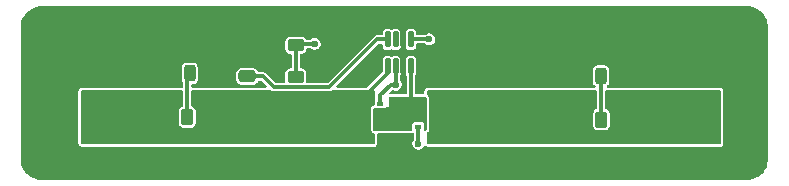
<source format=gbr>
%TF.GenerationSoftware,KiCad,Pcbnew,9.0.0*%
%TF.CreationDate,2025-05-05T10:21:01+02:00*%
%TF.ProjectId,LM4502,4c4d3435-3032-42e6-9b69-6361645f7063,rev?*%
%TF.SameCoordinates,Original*%
%TF.FileFunction,Copper,L1,Top*%
%TF.FilePolarity,Positive*%
%FSLAX46Y46*%
G04 Gerber Fmt 4.6, Leading zero omitted, Abs format (unit mm)*
G04 Created by KiCad (PCBNEW 9.0.0) date 2025-05-05 10:21:01*
%MOMM*%
%LPD*%
G01*
G04 APERTURE LIST*
G04 Aperture macros list*
%AMRoundRect*
0 Rectangle with rounded corners*
0 $1 Rounding radius*
0 $2 $3 $4 $5 $6 $7 $8 $9 X,Y pos of 4 corners*
0 Add a 4 corners polygon primitive as box body*
4,1,4,$2,$3,$4,$5,$6,$7,$8,$9,$2,$3,0*
0 Add four circle primitives for the rounded corners*
1,1,$1+$1,$2,$3*
1,1,$1+$1,$4,$5*
1,1,$1+$1,$6,$7*
1,1,$1+$1,$8,$9*
0 Add four rect primitives between the rounded corners*
20,1,$1+$1,$2,$3,$4,$5,0*
20,1,$1+$1,$4,$5,$6,$7,0*
20,1,$1+$1,$6,$7,$8,$9,0*
20,1,$1+$1,$8,$9,$2,$3,0*%
G04 Aperture macros list end*
%TA.AperFunction,SMDPad,CuDef*%
%ADD10RoundRect,0.125000X-0.125000X0.537500X-0.125000X-0.537500X0.125000X-0.537500X0.125000X0.537500X0*%
%TD*%
%TA.AperFunction,SMDPad,CuDef*%
%ADD11RoundRect,0.250000X0.475000X-0.250000X0.475000X0.250000X-0.475000X0.250000X-0.475000X-0.250000X0*%
%TD*%
%TA.AperFunction,SMDPad,CuDef*%
%ADD12RoundRect,0.250000X0.450000X-0.262500X0.450000X0.262500X-0.450000X0.262500X-0.450000X-0.262500X0*%
%TD*%
%TA.AperFunction,SMDPad,CuDef*%
%ADD13R,0.600000X0.400000*%
%TD*%
%TA.AperFunction,SMDPad,CuDef*%
%ADD14R,0.550000X0.400000*%
%TD*%
%TA.AperFunction,SMDPad,CuDef*%
%ADD15R,2.030000X2.650000*%
%TD*%
%TA.AperFunction,SMDPad,CuDef*%
%ADD16RoundRect,0.250000X-0.475000X0.250000X-0.475000X-0.250000X0.475000X-0.250000X0.475000X0.250000X0*%
%TD*%
%TA.AperFunction,SMDPad,CuDef*%
%ADD17RoundRect,0.243750X-0.243750X-0.456250X0.243750X-0.456250X0.243750X0.456250X-0.243750X0.456250X0*%
%TD*%
%TA.AperFunction,ComponentPad*%
%ADD18RoundRect,0.250000X1.550000X-0.650000X1.550000X0.650000X-1.550000X0.650000X-1.550000X-0.650000X0*%
%TD*%
%TA.AperFunction,ComponentPad*%
%ADD19O,3.600000X1.800000*%
%TD*%
%TA.AperFunction,ComponentPad*%
%ADD20RoundRect,0.250000X-1.550000X0.650000X-1.550000X-0.650000X1.550000X-0.650000X1.550000X0.650000X0*%
%TD*%
%TA.AperFunction,SMDPad,CuDef*%
%ADD21RoundRect,0.250000X0.262500X0.450000X-0.262500X0.450000X-0.262500X-0.450000X0.262500X-0.450000X0*%
%TD*%
%TA.AperFunction,SMDPad,CuDef*%
%ADD22RoundRect,0.243750X0.243750X0.456250X-0.243750X0.456250X-0.243750X-0.456250X0.243750X-0.456250X0*%
%TD*%
%TA.AperFunction,SMDPad,CuDef*%
%ADD23RoundRect,0.250000X-0.262500X-0.450000X0.262500X-0.450000X0.262500X0.450000X-0.262500X0.450000X0*%
%TD*%
%TA.AperFunction,ViaPad*%
%ADD24C,0.600000*%
%TD*%
%TA.AperFunction,Conductor*%
%ADD25C,0.300000*%
%TD*%
G04 APERTURE END LIST*
D10*
%TO.P,U1,1,EN/UVLO*%
%TO.N,Net-(U1-EN{slash}UVLO)*%
X135450000Y-70612500D03*
%TO.P,U1,2,GND*%
%TO.N,GND*%
X134800000Y-70612500D03*
%TO.P,U1,3,N.C.*%
%TO.N,unconnected-(U1-N.C.-Pad3)*%
X134150000Y-70612500D03*
%TO.P,U1,4,VCAP*%
%TO.N,Net-(U1-VCAP)*%
X133500000Y-70612500D03*
%TO.P,U1,5,VS*%
%TO.N,/+12VIN*%
X133500000Y-72887500D03*
%TO.P,U1,6,GATE*%
%TO.N,Net-(Q1-G)*%
X134150000Y-72887500D03*
%TO.P,U1,7,OV*%
%TO.N,GND*%
X134800000Y-72887500D03*
%TO.P,U1,8,SRC*%
%TO.N,/SRC*%
X135450000Y-72887500D03*
%TD*%
D11*
%TO.P,C4,1*%
%TO.N,GND*%
X145500000Y-80650000D03*
%TO.P,C4,2*%
%TO.N,/+12VOUT*%
X145500000Y-78750000D03*
%TD*%
D12*
%TO.P,R2,1*%
%TO.N,/+12VIN*%
X125700000Y-75612500D03*
%TO.P,R2,2*%
%TO.N,Net-(U1-EN{slash}UVLO)*%
X125700000Y-73787500D03*
%TD*%
D13*
%TO.P,Q1,1*%
%TO.N,/SRC*%
X132875000Y-78000000D03*
%TO.P,Q1,2*%
X132875000Y-77350000D03*
%TO.P,Q1,3,S*%
X132875000Y-76700000D03*
%TO.P,Q1,4,G*%
%TO.N,Net-(Q1-G)*%
X132875000Y-76050000D03*
D14*
%TO.P,Q1,5,D*%
%TO.N,/+12VIN*%
X129650000Y-76050000D03*
%TO.P,Q1,6*%
X129650000Y-76700000D03*
%TO.P,Q1,7*%
X129650000Y-77350000D03*
%TO.P,Q1,8*%
X129650000Y-78000000D03*
D15*
X130940000Y-77025000D03*
%TD*%
D16*
%TO.P,C2,1*%
%TO.N,/+12VIN*%
X125700000Y-78500000D03*
%TO.P,C2,2*%
%TO.N,GND*%
X125700000Y-80400000D03*
%TD*%
D13*
%TO.P,Q2,1*%
%TO.N,/SRC*%
X136075000Y-76050000D03*
%TO.P,Q2,2*%
X136075000Y-76700000D03*
%TO.P,Q2,3,S*%
X136075000Y-77350000D03*
%TO.P,Q2,4,G*%
%TO.N,Net-(Q1-G)*%
X136075000Y-78000000D03*
D14*
%TO.P,Q2,5,D*%
%TO.N,/+12VOUT*%
X139300000Y-78000000D03*
%TO.P,Q2,6*%
X139300000Y-77350000D03*
%TO.P,Q2,7*%
X139300000Y-76700000D03*
%TO.P,Q2,8*%
X139300000Y-76050000D03*
D15*
X138010000Y-77025000D03*
%TD*%
D11*
%TO.P,C1,1*%
%TO.N,GND*%
X121600000Y-80550000D03*
%TO.P,C1,2*%
%TO.N,/+12VIN*%
X121600000Y-78650000D03*
%TD*%
D17*
%TO.P,D1,1,K*%
%TO.N,GND*%
X114862500Y-73500000D03*
%TO.P,D1,2,A*%
%TO.N,Net-(D1-A)*%
X116737500Y-73500000D03*
%TD*%
D12*
%TO.P,R3,1*%
%TO.N,Net-(U1-EN{slash}UVLO)*%
X125700000Y-71112500D03*
%TO.P,R3,2*%
%TO.N,GND*%
X125700000Y-69287500D03*
%TD*%
D18*
%TO.P,J3,1,Pin_1*%
%TO.N,/+12VOUT*%
X157567500Y-77250000D03*
D19*
%TO.P,J3,2,Pin_2*%
%TO.N,GND*%
X157567500Y-73440000D03*
%TD*%
D11*
%TO.P,C3,1*%
%TO.N,/+12VIN*%
X121600000Y-75650000D03*
%TO.P,C3,2*%
%TO.N,Net-(U1-VCAP)*%
X121600000Y-73750000D03*
%TD*%
D20*
%TO.P,J1,1,Pin_1*%
%TO.N,GND*%
X110500000Y-73400000D03*
D19*
%TO.P,J1,2,Pin_2*%
%TO.N,/+12VIN*%
X110500000Y-77210000D03*
%TD*%
D21*
%TO.P,R1,1*%
%TO.N,Net-(D1-A)*%
X116512500Y-77200000D03*
%TO.P,R1,2*%
%TO.N,/+12VIN*%
X114687500Y-77200000D03*
%TD*%
D22*
%TO.P,D2,1,K*%
%TO.N,GND*%
X153425000Y-73700000D03*
%TO.P,D2,2,A*%
%TO.N,Net-(D2-A)*%
X151550000Y-73700000D03*
%TD*%
D23*
%TO.P,R4,1*%
%TO.N,Net-(D2-A)*%
X151575000Y-77400000D03*
%TO.P,R4,2*%
%TO.N,/+12VOUT*%
X153400000Y-77400000D03*
%TD*%
D24*
%TO.N,Net-(Q1-G)*%
X136075000Y-79450000D03*
X134175000Y-74450000D03*
%TO.N,Net-(U1-EN{slash}UVLO)*%
X127300000Y-71000000D03*
X137000000Y-70600000D03*
%TD*%
D25*
%TO.N,/+12VIN*%
X133500000Y-73425000D02*
X131975000Y-74950000D01*
X133500000Y-72887500D02*
X133500000Y-73425000D01*
%TO.N,Net-(U1-VCAP)*%
X122950000Y-73750000D02*
X121600000Y-73750000D01*
X123851000Y-74651000D02*
X122950000Y-73750000D01*
X133500000Y-70612500D02*
X132587500Y-70612500D01*
X128549000Y-74651000D02*
X123851000Y-74651000D01*
X132587500Y-70612500D02*
X128549000Y-74651000D01*
%TO.N,Net-(D1-A)*%
X116512500Y-73725000D02*
X116737500Y-73500000D01*
X116512500Y-77200000D02*
X116512500Y-73725000D01*
%TO.N,Net-(D2-A)*%
X151550000Y-73700000D02*
X151550000Y-77375000D01*
X151550000Y-77375000D02*
X151575000Y-77400000D01*
%TO.N,Net-(Q1-G)*%
X136075000Y-78000000D02*
X136075000Y-79450000D01*
X134175000Y-72912500D02*
X134150000Y-72887500D01*
X134175000Y-74450000D02*
X134175000Y-72912500D01*
X134175000Y-74450000D02*
X133775000Y-74450000D01*
X133775000Y-74450000D02*
X132875000Y-75350000D01*
X132875000Y-75350000D02*
X132875000Y-76050000D01*
%TO.N,Net-(U1-EN{slash}UVLO)*%
X137000000Y-70600000D02*
X135462500Y-70600000D01*
X125812500Y-71000000D02*
X125700000Y-71112500D01*
X135462500Y-70600000D02*
X135450000Y-70612500D01*
X127300000Y-71000000D02*
X125812500Y-71000000D01*
X125700000Y-71112500D02*
X125700000Y-73787500D01*
%TO.N,/SRC*%
X135450000Y-72887500D02*
X135450000Y-75875000D01*
X135450000Y-75875000D02*
X135075000Y-76250000D01*
%TD*%
%TA.AperFunction,Conductor*%
%TO.N,/+12VIN*%
G36*
X116105039Y-74919685D02*
G01*
X116150794Y-74972489D01*
X116162000Y-75024000D01*
X116162000Y-76215526D01*
X116142315Y-76282565D01*
X116089511Y-76328320D01*
X116078956Y-76332567D01*
X116037118Y-76347207D01*
X115927850Y-76427850D01*
X115847207Y-76537117D01*
X115847206Y-76537119D01*
X115802353Y-76665298D01*
X115802353Y-76665300D01*
X115799500Y-76695730D01*
X115799500Y-77704269D01*
X115802353Y-77734699D01*
X115802353Y-77734701D01*
X115847206Y-77862880D01*
X115847207Y-77862882D01*
X115927850Y-77972150D01*
X116037118Y-78052793D01*
X116079845Y-78067744D01*
X116165299Y-78097646D01*
X116195730Y-78100500D01*
X116195734Y-78100500D01*
X116829270Y-78100500D01*
X116859699Y-78097646D01*
X116859701Y-78097646D01*
X116923790Y-78075219D01*
X116987882Y-78052793D01*
X117097150Y-77972150D01*
X117177793Y-77862882D01*
X117200219Y-77798790D01*
X117222646Y-77734701D01*
X117222646Y-77734699D01*
X117225500Y-77704269D01*
X117225500Y-76695730D01*
X117222646Y-76665300D01*
X117222646Y-76665298D01*
X117177793Y-76537119D01*
X117177792Y-76537117D01*
X117132612Y-76475900D01*
X117097150Y-76427850D01*
X116987882Y-76347207D01*
X116964813Y-76339134D01*
X116946044Y-76332567D01*
X116889269Y-76291845D01*
X116863522Y-76226892D01*
X116863000Y-76215526D01*
X116863000Y-75024000D01*
X116882685Y-74956961D01*
X116935489Y-74911206D01*
X116987000Y-74900000D01*
X123552957Y-74900000D01*
X123619996Y-74919685D01*
X123629012Y-74926951D01*
X123629342Y-74926522D01*
X123635785Y-74931466D01*
X123635788Y-74931469D01*
X123635791Y-74931470D01*
X123635794Y-74931473D01*
X123715706Y-74977611D01*
X123715707Y-74977611D01*
X123715712Y-74977614D01*
X123804856Y-75001500D01*
X123804858Y-75001500D01*
X128595142Y-75001500D01*
X128595144Y-75001500D01*
X128684288Y-74977614D01*
X128764212Y-74931470D01*
X128764216Y-74931465D01*
X128770657Y-74926524D01*
X128772618Y-74929080D01*
X128820686Y-74902834D01*
X128847044Y-74900000D01*
X132276000Y-74900000D01*
X132343039Y-74919685D01*
X132388794Y-74972489D01*
X132400000Y-75024000D01*
X132400000Y-75713625D01*
X132390562Y-75761076D01*
X132386131Y-75771771D01*
X132374500Y-75830247D01*
X132374500Y-76068722D01*
X132354815Y-76135761D01*
X132302011Y-76181516D01*
X132299235Y-76182743D01*
X132222623Y-76215488D01*
X132222618Y-76215491D01*
X132173115Y-76251457D01*
X132145371Y-76275697D01*
X132098464Y-76354205D01*
X132079557Y-76412394D01*
X132079557Y-76412397D01*
X132069500Y-76475895D01*
X132069500Y-78251005D01*
X132072029Y-78283138D01*
X132076881Y-78313777D01*
X132077646Y-78318282D01*
X132077647Y-78318285D01*
X132077648Y-78318287D01*
X132113592Y-78402383D01*
X132149062Y-78451203D01*
X132149557Y-78451884D01*
X132173797Y-78479628D01*
X132252306Y-78526536D01*
X132314317Y-78546684D01*
X132371993Y-78586121D01*
X132399192Y-78650479D01*
X132400000Y-78664615D01*
X132400000Y-79376000D01*
X132380315Y-79443039D01*
X132327511Y-79488794D01*
X132276000Y-79500000D01*
X107624000Y-79500000D01*
X107556961Y-79480315D01*
X107511206Y-79427511D01*
X107500000Y-79376000D01*
X107500000Y-75024000D01*
X107519685Y-74956961D01*
X107572489Y-74911206D01*
X107624000Y-74900000D01*
X116038000Y-74900000D01*
X116105039Y-74919685D01*
G37*
%TD.AperFunction*%
%TD*%
%TA.AperFunction,Conductor*%
%TO.N,GND*%
G36*
X163903234Y-67800712D02*
G01*
X164128412Y-67815470D01*
X164141237Y-67817159D01*
X164359386Y-67860551D01*
X164371886Y-67863900D01*
X164582500Y-67935395D01*
X164594463Y-67940351D01*
X164793926Y-68038715D01*
X164805142Y-68045190D01*
X164990072Y-68168757D01*
X165000345Y-68176640D01*
X165167560Y-68323282D01*
X165176717Y-68332439D01*
X165323359Y-68499654D01*
X165331242Y-68509927D01*
X165454809Y-68694857D01*
X165461284Y-68706073D01*
X165559648Y-68905536D01*
X165564604Y-68917499D01*
X165636097Y-69128108D01*
X165639449Y-69140617D01*
X165682839Y-69358755D01*
X165684529Y-69371594D01*
X165699288Y-69596765D01*
X165699500Y-69603240D01*
X165699500Y-80696759D01*
X165699288Y-80703234D01*
X165684529Y-80928405D01*
X165682839Y-80941244D01*
X165639449Y-81159382D01*
X165636097Y-81171891D01*
X165564604Y-81382500D01*
X165559648Y-81394463D01*
X165461284Y-81593926D01*
X165454809Y-81605142D01*
X165331242Y-81790072D01*
X165323359Y-81800345D01*
X165176717Y-81967560D01*
X165167560Y-81976717D01*
X165000345Y-82123359D01*
X164990072Y-82131242D01*
X164805142Y-82254809D01*
X164793926Y-82261284D01*
X164594463Y-82359648D01*
X164582500Y-82364604D01*
X164371891Y-82436097D01*
X164359382Y-82439449D01*
X164141244Y-82482839D01*
X164128405Y-82484529D01*
X163903234Y-82499288D01*
X163896759Y-82499500D01*
X104203241Y-82499500D01*
X104196766Y-82499288D01*
X103971594Y-82484529D01*
X103958755Y-82482839D01*
X103740617Y-82439449D01*
X103728108Y-82436097D01*
X103517499Y-82364604D01*
X103505536Y-82359648D01*
X103306073Y-82261284D01*
X103294857Y-82254809D01*
X103109927Y-82131242D01*
X103099654Y-82123359D01*
X102932439Y-81976717D01*
X102923282Y-81967560D01*
X102776640Y-81800345D01*
X102768757Y-81790072D01*
X102645190Y-81605142D01*
X102638715Y-81593926D01*
X102540351Y-81394463D01*
X102535395Y-81382500D01*
X102463902Y-81171891D01*
X102460550Y-81159382D01*
X102417160Y-80941244D01*
X102415470Y-80928405D01*
X102400712Y-80703234D01*
X102400500Y-80696759D01*
X102400500Y-75024000D01*
X107294500Y-75024000D01*
X107294500Y-79376000D01*
X107295372Y-79384108D01*
X107299197Y-79419685D01*
X107310404Y-79471199D01*
X107312889Y-79481371D01*
X107312889Y-79481372D01*
X107312890Y-79481373D01*
X107355900Y-79562085D01*
X107401655Y-79614889D01*
X107401667Y-79614901D01*
X107419247Y-79632844D01*
X107419249Y-79632846D01*
X107499058Y-79677488D01*
X107499062Y-79677490D01*
X107540294Y-79689597D01*
X107566102Y-79697175D01*
X107624000Y-79705500D01*
X107624001Y-79705500D01*
X132275995Y-79705500D01*
X132276000Y-79705500D01*
X132319684Y-79700803D01*
X132371195Y-79689597D01*
X132381373Y-79687110D01*
X132462085Y-79644100D01*
X132514889Y-79598345D01*
X132532843Y-79580754D01*
X132532844Y-79580751D01*
X132532846Y-79580750D01*
X132577488Y-79500941D01*
X132577490Y-79500937D01*
X132597173Y-79433904D01*
X132597175Y-79433898D01*
X132605500Y-79376000D01*
X132605500Y-78664615D01*
X132605292Y-78657332D01*
X132622527Y-78598624D01*
X132670977Y-78561259D01*
X132704251Y-78555500D01*
X135479770Y-78555500D01*
X135479777Y-78555500D01*
X135531666Y-78548841D01*
X135580042Y-78536217D01*
X135591893Y-78532347D01*
X135594771Y-78531408D01*
X135655956Y-78531319D01*
X135705508Y-78567211D01*
X135724500Y-78625375D01*
X135724500Y-79051678D01*
X135705593Y-79109869D01*
X135695505Y-79121680D01*
X135674501Y-79142684D01*
X135674496Y-79142690D01*
X135608609Y-79256809D01*
X135608608Y-79256814D01*
X135574500Y-79384108D01*
X135574500Y-79515892D01*
X135591879Y-79580752D01*
X135608609Y-79643190D01*
X135674496Y-79757309D01*
X135674498Y-79757311D01*
X135674500Y-79757314D01*
X135767686Y-79850500D01*
X135767688Y-79850501D01*
X135767690Y-79850503D01*
X135881810Y-79916390D01*
X135881808Y-79916390D01*
X135881812Y-79916391D01*
X135881814Y-79916392D01*
X136009108Y-79950500D01*
X136009110Y-79950500D01*
X136140890Y-79950500D01*
X136140892Y-79950500D01*
X136268186Y-79916392D01*
X136268188Y-79916390D01*
X136268190Y-79916390D01*
X136382309Y-79850503D01*
X136382309Y-79850502D01*
X136382314Y-79850500D01*
X136475500Y-79757314D01*
X136508127Y-79700803D01*
X136544637Y-79637567D01*
X136546730Y-79638775D01*
X136579623Y-79600234D01*
X136639113Y-79585928D01*
X136695650Y-79609321D01*
X136702098Y-79615341D01*
X136719247Y-79632844D01*
X136719249Y-79632846D01*
X136799058Y-79677488D01*
X136799062Y-79677490D01*
X136840294Y-79689597D01*
X136866102Y-79697175D01*
X136924000Y-79705500D01*
X136924001Y-79705500D01*
X161575995Y-79705500D01*
X161576000Y-79705500D01*
X161619684Y-79700803D01*
X161671195Y-79689597D01*
X161681373Y-79687110D01*
X161762085Y-79644100D01*
X161814889Y-79598345D01*
X161832843Y-79580754D01*
X161832844Y-79580751D01*
X161832846Y-79580750D01*
X161877488Y-79500941D01*
X161877490Y-79500937D01*
X161897173Y-79433904D01*
X161897175Y-79433898D01*
X161905500Y-79376000D01*
X161905500Y-75024000D01*
X161900803Y-74980316D01*
X161889597Y-74928805D01*
X161887110Y-74918627D01*
X161844100Y-74837915D01*
X161798345Y-74785111D01*
X161780754Y-74767157D01*
X161780753Y-74767156D01*
X161780752Y-74767155D01*
X161780750Y-74767153D01*
X161700941Y-74722511D01*
X161700937Y-74722509D01*
X161633904Y-74702826D01*
X161633895Y-74702824D01*
X161586780Y-74696050D01*
X161576000Y-74694500D01*
X152113427Y-74694500D01*
X152055236Y-74675593D01*
X152019272Y-74626093D01*
X152019272Y-74564907D01*
X152054638Y-74515846D01*
X152094326Y-74486553D01*
X152111430Y-74473930D01*
X152190955Y-74366179D01*
X152235186Y-74239774D01*
X152237999Y-74209772D01*
X152238000Y-74209770D01*
X152238000Y-73190230D01*
X152237999Y-73190226D01*
X152236839Y-73177855D01*
X152235186Y-73160226D01*
X152190955Y-73033821D01*
X152111430Y-72926070D01*
X152003679Y-72846545D01*
X152003676Y-72846544D01*
X152003675Y-72846543D01*
X151877277Y-72802315D01*
X151877276Y-72802314D01*
X151877274Y-72802314D01*
X151877271Y-72802313D01*
X151877268Y-72802313D01*
X151847273Y-72799500D01*
X151847264Y-72799500D01*
X151252736Y-72799500D01*
X151252726Y-72799500D01*
X151222731Y-72802313D01*
X151222722Y-72802315D01*
X151096324Y-72846543D01*
X151096321Y-72846544D01*
X151096321Y-72846545D01*
X150988570Y-72926070D01*
X150929510Y-73006093D01*
X150909043Y-73033824D01*
X150864815Y-73160222D01*
X150864813Y-73160231D01*
X150862000Y-73190226D01*
X150862000Y-74209773D01*
X150864813Y-74239768D01*
X150864815Y-74239777D01*
X150909043Y-74366175D01*
X150909044Y-74366176D01*
X150909045Y-74366179D01*
X150988570Y-74473930D01*
X150988573Y-74473932D01*
X150988575Y-74473934D01*
X151045362Y-74515846D01*
X151080954Y-74565614D01*
X151080496Y-74626797D01*
X151044162Y-74676026D01*
X150986573Y-74694500D01*
X136924000Y-74694500D01*
X136892797Y-74697855D01*
X136880314Y-74699197D01*
X136828800Y-74710404D01*
X136818628Y-74712889D01*
X136737914Y-74755900D01*
X136685113Y-74801653D01*
X136685098Y-74801667D01*
X136667155Y-74819247D01*
X136667153Y-74819249D01*
X136622511Y-74899058D01*
X136622509Y-74899062D01*
X136602826Y-74966095D01*
X136602824Y-74966104D01*
X136594500Y-75024000D01*
X136594500Y-75145500D01*
X136575593Y-75203691D01*
X136526093Y-75239655D01*
X136495500Y-75244500D01*
X135899500Y-75244500D01*
X135841309Y-75225593D01*
X135805345Y-75176093D01*
X135800500Y-75145500D01*
X135800500Y-73700833D01*
X135819407Y-73642642D01*
X135829490Y-73630835D01*
X135845747Y-73614579D01*
X135894259Y-73510545D01*
X135900500Y-73463139D01*
X135900499Y-72311862D01*
X135894259Y-72264455D01*
X135894259Y-72264453D01*
X135845748Y-72160423D01*
X135845747Y-72160422D01*
X135845747Y-72160421D01*
X135764579Y-72079253D01*
X135660545Y-72030741D01*
X135613139Y-72024500D01*
X135613137Y-72024500D01*
X135286866Y-72024500D01*
X135286854Y-72024501D01*
X135239455Y-72030740D01*
X135239453Y-72030740D01*
X135135423Y-72079251D01*
X135054253Y-72160421D01*
X135005741Y-72264455D01*
X134999500Y-72311862D01*
X134999500Y-73463134D01*
X134999501Y-73463145D01*
X135005740Y-73510544D01*
X135005740Y-73510546D01*
X135054251Y-73614576D01*
X135054252Y-73614577D01*
X135054253Y-73614579D01*
X135070505Y-73630831D01*
X135098281Y-73685346D01*
X135099500Y-73700833D01*
X135099500Y-75145500D01*
X135080593Y-75203691D01*
X135031093Y-75239655D01*
X135000500Y-75244500D01*
X133715189Y-75244500D01*
X133656998Y-75225593D01*
X133621034Y-75176093D01*
X133621034Y-75114907D01*
X133645185Y-75075497D01*
X133815552Y-74905129D01*
X133870069Y-74877351D01*
X133930501Y-74886922D01*
X133935039Y-74889386D01*
X133981814Y-74916392D01*
X134109108Y-74950500D01*
X134109110Y-74950500D01*
X134240890Y-74950500D01*
X134240892Y-74950500D01*
X134368186Y-74916392D01*
X134368188Y-74916390D01*
X134368190Y-74916390D01*
X134482309Y-74850503D01*
X134482309Y-74850502D01*
X134482314Y-74850500D01*
X134575500Y-74757314D01*
X134595595Y-74722509D01*
X134641390Y-74643190D01*
X134641390Y-74643188D01*
X134641392Y-74643186D01*
X134675500Y-74515892D01*
X134675500Y-74384108D01*
X134641392Y-74256814D01*
X134641390Y-74256811D01*
X134641390Y-74256809D01*
X134575503Y-74142690D01*
X134575498Y-74142684D01*
X134554495Y-74121680D01*
X134526719Y-74067163D01*
X134525500Y-74051678D01*
X134525500Y-73674709D01*
X134543404Y-73617924D01*
X134545742Y-73614583D01*
X134545747Y-73614579D01*
X134594259Y-73510545D01*
X134600500Y-73463139D01*
X134600499Y-72311862D01*
X134594259Y-72264455D01*
X134594259Y-72264453D01*
X134545748Y-72160423D01*
X134545747Y-72160422D01*
X134545747Y-72160421D01*
X134464579Y-72079253D01*
X134360545Y-72030741D01*
X134313139Y-72024500D01*
X134313137Y-72024500D01*
X133986866Y-72024500D01*
X133986854Y-72024501D01*
X133939455Y-72030740D01*
X133866837Y-72064602D01*
X133806108Y-72072058D01*
X133783160Y-72064602D01*
X133778135Y-72062259D01*
X133710545Y-72030741D01*
X133663139Y-72024500D01*
X133663137Y-72024500D01*
X133336866Y-72024500D01*
X133336854Y-72024501D01*
X133289455Y-72030740D01*
X133289453Y-72030740D01*
X133185423Y-72079251D01*
X133104253Y-72160421D01*
X133055741Y-72264455D01*
X133049500Y-72311862D01*
X133049500Y-73338809D01*
X133030593Y-73397000D01*
X133020504Y-73408813D01*
X131763814Y-74665504D01*
X131709297Y-74693281D01*
X131693810Y-74694500D01*
X129240190Y-74694500D01*
X129181999Y-74675593D01*
X129146035Y-74626093D01*
X129146035Y-74564907D01*
X129170186Y-74525496D01*
X132703686Y-70991996D01*
X132710803Y-70988369D01*
X132715499Y-70981907D01*
X132737547Y-70974743D01*
X132758203Y-70964219D01*
X132773690Y-70963000D01*
X132950501Y-70963000D01*
X133008692Y-70981907D01*
X133044656Y-71031407D01*
X133049501Y-71062000D01*
X133049501Y-71188145D01*
X133055740Y-71235544D01*
X133055740Y-71235546D01*
X133104251Y-71339576D01*
X133104252Y-71339577D01*
X133104253Y-71339579D01*
X133185421Y-71420747D01*
X133289455Y-71469259D01*
X133336861Y-71475500D01*
X133663138Y-71475499D01*
X133710545Y-71469259D01*
X133783160Y-71435398D01*
X133843890Y-71427941D01*
X133866835Y-71435395D01*
X133939455Y-71469259D01*
X133986861Y-71475500D01*
X134313138Y-71475499D01*
X134360545Y-71469259D01*
X134360546Y-71469259D01*
X134433162Y-71435397D01*
X134464579Y-71420747D01*
X134545747Y-71339579D01*
X134594259Y-71235545D01*
X134600500Y-71188139D01*
X134600499Y-70036862D01*
X134999500Y-70036862D01*
X134999500Y-71188134D01*
X134999501Y-71188145D01*
X135005740Y-71235544D01*
X135005740Y-71235546D01*
X135054251Y-71339576D01*
X135054252Y-71339577D01*
X135054253Y-71339579D01*
X135135421Y-71420747D01*
X135239455Y-71469259D01*
X135286861Y-71475500D01*
X135613138Y-71475499D01*
X135660545Y-71469259D01*
X135660546Y-71469259D01*
X135733162Y-71435397D01*
X135764579Y-71420747D01*
X135845747Y-71339579D01*
X135894259Y-71235545D01*
X135900500Y-71188139D01*
X135900500Y-71049500D01*
X135919407Y-70991309D01*
X135968907Y-70955345D01*
X135999500Y-70950500D01*
X136601679Y-70950500D01*
X136659870Y-70969407D01*
X136671676Y-70979490D01*
X136692686Y-71000500D01*
X136692688Y-71000501D01*
X136692690Y-71000503D01*
X136806810Y-71066390D01*
X136806808Y-71066390D01*
X136806812Y-71066391D01*
X136806814Y-71066392D01*
X136934108Y-71100500D01*
X136934110Y-71100500D01*
X137065890Y-71100500D01*
X137065892Y-71100500D01*
X137193186Y-71066392D01*
X137193188Y-71066390D01*
X137193190Y-71066390D01*
X137307309Y-71000503D01*
X137307309Y-71000502D01*
X137307314Y-71000500D01*
X137400500Y-70907314D01*
X137466392Y-70793186D01*
X137500500Y-70665892D01*
X137500500Y-70534108D01*
X137466392Y-70406814D01*
X137466390Y-70406811D01*
X137466390Y-70406809D01*
X137400503Y-70292690D01*
X137400501Y-70292688D01*
X137400500Y-70292686D01*
X137307314Y-70199500D01*
X137307311Y-70199498D01*
X137307309Y-70199496D01*
X137193189Y-70133609D01*
X137193191Y-70133609D01*
X137143799Y-70120375D01*
X137065892Y-70099500D01*
X136934108Y-70099500D01*
X136856200Y-70120375D01*
X136806809Y-70133609D01*
X136692690Y-70199496D01*
X136692689Y-70199497D01*
X136692686Y-70199499D01*
X136692686Y-70199500D01*
X136671680Y-70220505D01*
X136617166Y-70248281D01*
X136601679Y-70249500D01*
X135999499Y-70249500D01*
X135941308Y-70230593D01*
X135905344Y-70181093D01*
X135900499Y-70150500D01*
X135900499Y-70036865D01*
X135900498Y-70036854D01*
X135894259Y-69989455D01*
X135894259Y-69989453D01*
X135845748Y-69885423D01*
X135845747Y-69885422D01*
X135845747Y-69885421D01*
X135764579Y-69804253D01*
X135660545Y-69755741D01*
X135613139Y-69749500D01*
X135613137Y-69749500D01*
X135286866Y-69749500D01*
X135286854Y-69749501D01*
X135239455Y-69755740D01*
X135239453Y-69755740D01*
X135135423Y-69804251D01*
X135054253Y-69885421D01*
X135005741Y-69989455D01*
X134999500Y-70036862D01*
X134600499Y-70036862D01*
X134594259Y-69989455D01*
X134594259Y-69989453D01*
X134545748Y-69885423D01*
X134545747Y-69885422D01*
X134545747Y-69885421D01*
X134464579Y-69804253D01*
X134360545Y-69755741D01*
X134313139Y-69749500D01*
X134313137Y-69749500D01*
X133986866Y-69749500D01*
X133986854Y-69749501D01*
X133939455Y-69755740D01*
X133866837Y-69789602D01*
X133806108Y-69797058D01*
X133783160Y-69789602D01*
X133778135Y-69787259D01*
X133710545Y-69755741D01*
X133663139Y-69749500D01*
X133663137Y-69749500D01*
X133336866Y-69749500D01*
X133336854Y-69749501D01*
X133289455Y-69755740D01*
X133289453Y-69755740D01*
X133185423Y-69804251D01*
X133104253Y-69885421D01*
X133055741Y-69989455D01*
X133049500Y-70036862D01*
X133049500Y-70163000D01*
X133030593Y-70221191D01*
X132981093Y-70257155D01*
X132950500Y-70262000D01*
X132541356Y-70262000D01*
X132486797Y-70276618D01*
X132452207Y-70285887D01*
X132372291Y-70332027D01*
X128432814Y-74271504D01*
X128378297Y-74299281D01*
X128362810Y-74300500D01*
X126679157Y-74300500D01*
X126620966Y-74281593D01*
X126585002Y-74232093D01*
X126585002Y-74170907D01*
X126585713Y-74168802D01*
X126586952Y-74165259D01*
X126597646Y-74134699D01*
X126600499Y-74104273D01*
X126600500Y-74104273D01*
X126600500Y-73470727D01*
X126600499Y-73470725D01*
X126599788Y-73463139D01*
X126597646Y-73440301D01*
X126552793Y-73312118D01*
X126534342Y-73287118D01*
X126472154Y-73202855D01*
X126472152Y-73202853D01*
X126472150Y-73202850D01*
X126472146Y-73202847D01*
X126472144Y-73202845D01*
X126362883Y-73122207D01*
X126234703Y-73077355D01*
X126234694Y-73077353D01*
X126204274Y-73074500D01*
X126204266Y-73074500D01*
X126149500Y-73074500D01*
X126091309Y-73055593D01*
X126055345Y-73006093D01*
X126050500Y-72975500D01*
X126050500Y-71924500D01*
X126069407Y-71866309D01*
X126118907Y-71830345D01*
X126149500Y-71825500D01*
X126204273Y-71825500D01*
X126204273Y-71825499D01*
X126234699Y-71822646D01*
X126362882Y-71777793D01*
X126472150Y-71697150D01*
X126552793Y-71587882D01*
X126597646Y-71459699D01*
X126598488Y-71450712D01*
X126599470Y-71440255D01*
X126623728Y-71384085D01*
X126676370Y-71352900D01*
X126698037Y-71350500D01*
X126901679Y-71350500D01*
X126959870Y-71369407D01*
X126971676Y-71379490D01*
X126992686Y-71400500D01*
X126992688Y-71400501D01*
X126992690Y-71400503D01*
X127106810Y-71466390D01*
X127106808Y-71466390D01*
X127106812Y-71466391D01*
X127106814Y-71466392D01*
X127234108Y-71500500D01*
X127234110Y-71500500D01*
X127365890Y-71500500D01*
X127365892Y-71500500D01*
X127493186Y-71466392D01*
X127493188Y-71466390D01*
X127493190Y-71466390D01*
X127607309Y-71400503D01*
X127607309Y-71400502D01*
X127607314Y-71400500D01*
X127700500Y-71307314D01*
X127700503Y-71307309D01*
X127766390Y-71193190D01*
X127766390Y-71193188D01*
X127766392Y-71193186D01*
X127800500Y-71065892D01*
X127800500Y-70934108D01*
X127766392Y-70806814D01*
X127766390Y-70806811D01*
X127766390Y-70806809D01*
X127700503Y-70692690D01*
X127700501Y-70692688D01*
X127700500Y-70692686D01*
X127607314Y-70599500D01*
X127607311Y-70599498D01*
X127607309Y-70599496D01*
X127493189Y-70533609D01*
X127493191Y-70533609D01*
X127443799Y-70520375D01*
X127365892Y-70499500D01*
X127234108Y-70499500D01*
X127156200Y-70520375D01*
X127106809Y-70533609D01*
X126992690Y-70599496D01*
X126992689Y-70599497D01*
X126992686Y-70599499D01*
X126992686Y-70599500D01*
X126971680Y-70620505D01*
X126917166Y-70648281D01*
X126901679Y-70649500D01*
X126611909Y-70649500D01*
X126553718Y-70630593D01*
X126532254Y-70609288D01*
X126472153Y-70527854D01*
X126472152Y-70527853D01*
X126472150Y-70527850D01*
X126472146Y-70527847D01*
X126472144Y-70527845D01*
X126362883Y-70447207D01*
X126234703Y-70402355D01*
X126234694Y-70402353D01*
X126204274Y-70399500D01*
X126204266Y-70399500D01*
X125195734Y-70399500D01*
X125195725Y-70399500D01*
X125165305Y-70402353D01*
X125165296Y-70402355D01*
X125037116Y-70447207D01*
X124927855Y-70527845D01*
X124927845Y-70527855D01*
X124847207Y-70637116D01*
X124802355Y-70765296D01*
X124802353Y-70765305D01*
X124799500Y-70795725D01*
X124799500Y-71429274D01*
X124802353Y-71459694D01*
X124802355Y-71459703D01*
X124847207Y-71587883D01*
X124927845Y-71697144D01*
X124927847Y-71697146D01*
X124927850Y-71697150D01*
X124927853Y-71697152D01*
X124927855Y-71697154D01*
X125037116Y-71777792D01*
X125037117Y-71777792D01*
X125037118Y-71777793D01*
X125165301Y-71822646D01*
X125195725Y-71825499D01*
X125195727Y-71825500D01*
X125195734Y-71825500D01*
X125250500Y-71825500D01*
X125308691Y-71844407D01*
X125344655Y-71893907D01*
X125349500Y-71924500D01*
X125349500Y-72975500D01*
X125330593Y-73033691D01*
X125281093Y-73069655D01*
X125250500Y-73074500D01*
X125195725Y-73074500D01*
X125165305Y-73077353D01*
X125165296Y-73077355D01*
X125037116Y-73122207D01*
X124927855Y-73202845D01*
X124927845Y-73202855D01*
X124847207Y-73312116D01*
X124802355Y-73440296D01*
X124802353Y-73440305D01*
X124799500Y-73470725D01*
X124799500Y-74104274D01*
X124802353Y-74134694D01*
X124802355Y-74134702D01*
X124814287Y-74168802D01*
X124815660Y-74229972D01*
X124780817Y-74280267D01*
X124723065Y-74300475D01*
X124720843Y-74300500D01*
X124037189Y-74300500D01*
X123978998Y-74281593D01*
X123967185Y-74271504D01*
X123696181Y-74000500D01*
X123165212Y-73469530D01*
X123085288Y-73423386D01*
X122996144Y-73399500D01*
X122996142Y-73399500D01*
X122587361Y-73399500D01*
X122529170Y-73380593D01*
X122493917Y-73333198D01*
X122477793Y-73287118D01*
X122477791Y-73287116D01*
X122477791Y-73287114D01*
X122397154Y-73177855D01*
X122397152Y-73177853D01*
X122397150Y-73177850D01*
X122397146Y-73177847D01*
X122397144Y-73177845D01*
X122287883Y-73097207D01*
X122159703Y-73052355D01*
X122159694Y-73052353D01*
X122129274Y-73049500D01*
X122129266Y-73049500D01*
X121070734Y-73049500D01*
X121070725Y-73049500D01*
X121040305Y-73052353D01*
X121040296Y-73052355D01*
X120912116Y-73097207D01*
X120802855Y-73177845D01*
X120802845Y-73177855D01*
X120722207Y-73287116D01*
X120677355Y-73415296D01*
X120677353Y-73415305D01*
X120674500Y-73445725D01*
X120674500Y-74054274D01*
X120677353Y-74084694D01*
X120677355Y-74084703D01*
X120722207Y-74212883D01*
X120802845Y-74322144D01*
X120802847Y-74322146D01*
X120802850Y-74322150D01*
X120802853Y-74322152D01*
X120802855Y-74322154D01*
X120912116Y-74402792D01*
X120912117Y-74402792D01*
X120912118Y-74402793D01*
X121040301Y-74447646D01*
X121070725Y-74450499D01*
X121070727Y-74450500D01*
X121070734Y-74450500D01*
X122129273Y-74450500D01*
X122129273Y-74450499D01*
X122159699Y-74447646D01*
X122287882Y-74402793D01*
X122397150Y-74322150D01*
X122477793Y-74212882D01*
X122493917Y-74166801D01*
X122511796Y-74143319D01*
X122529170Y-74119407D01*
X122530277Y-74119047D01*
X122530982Y-74118122D01*
X122587361Y-74100500D01*
X122763810Y-74100500D01*
X122822001Y-74119407D01*
X122833813Y-74129496D01*
X123229814Y-74525496D01*
X123257592Y-74580013D01*
X123248021Y-74640445D01*
X123204756Y-74683710D01*
X123159811Y-74694500D01*
X116986997Y-74694500D01*
X116972580Y-74696050D01*
X116952218Y-74691772D01*
X116931407Y-74691772D01*
X116922941Y-74685621D01*
X116912702Y-74683470D01*
X116898742Y-74668039D01*
X116881907Y-74655808D01*
X116878673Y-74645856D01*
X116871654Y-74638097D01*
X116863000Y-74597617D01*
X116863000Y-74499500D01*
X116881907Y-74441309D01*
X116931407Y-74405345D01*
X116962000Y-74400500D01*
X117034770Y-74400500D01*
X117034772Y-74400499D01*
X117064774Y-74397686D01*
X117191179Y-74353455D01*
X117298930Y-74273930D01*
X117378455Y-74166179D01*
X117422686Y-74039774D01*
X117425499Y-74009772D01*
X117425500Y-74009770D01*
X117425500Y-72990230D01*
X117425499Y-72990226D01*
X117422686Y-72960231D01*
X117422686Y-72960226D01*
X117378455Y-72833821D01*
X117298930Y-72726070D01*
X117191179Y-72646545D01*
X117191176Y-72646544D01*
X117191175Y-72646543D01*
X117064777Y-72602315D01*
X117064776Y-72602314D01*
X117064774Y-72602314D01*
X117064771Y-72602313D01*
X117064768Y-72602313D01*
X117034773Y-72599500D01*
X117034764Y-72599500D01*
X116440236Y-72599500D01*
X116440226Y-72599500D01*
X116410231Y-72602313D01*
X116410222Y-72602315D01*
X116283824Y-72646543D01*
X116176071Y-72726069D01*
X116176069Y-72726071D01*
X116096543Y-72833824D01*
X116052315Y-72960222D01*
X116052313Y-72960231D01*
X116049500Y-72990226D01*
X116049500Y-74009773D01*
X116052313Y-74039768D01*
X116052314Y-74039774D01*
X116096545Y-74166179D01*
X116128713Y-74209764D01*
X116142655Y-74228655D01*
X116161997Y-74286702D01*
X116162000Y-74287443D01*
X116162000Y-74598076D01*
X116143093Y-74656267D01*
X116093593Y-74692231D01*
X116048916Y-74696069D01*
X116040159Y-74694810D01*
X116038000Y-74694500D01*
X107624000Y-74694500D01*
X107592797Y-74697855D01*
X107580314Y-74699197D01*
X107528800Y-74710404D01*
X107518628Y-74712889D01*
X107437914Y-74755900D01*
X107385113Y-74801653D01*
X107385098Y-74801667D01*
X107367155Y-74819247D01*
X107367153Y-74819249D01*
X107322511Y-74899058D01*
X107322509Y-74899062D01*
X107302826Y-74966095D01*
X107302824Y-74966104D01*
X107297926Y-75000173D01*
X107294500Y-75024000D01*
X102400500Y-75024000D01*
X102400500Y-69603240D01*
X102400712Y-69596765D01*
X102410808Y-69442727D01*
X102415471Y-69371585D01*
X102417158Y-69358764D01*
X102460552Y-69140609D01*
X102463899Y-69128117D01*
X102535397Y-68917493D01*
X102540348Y-68905543D01*
X102638717Y-68706067D01*
X102645186Y-68694862D01*
X102768760Y-68509922D01*
X102776635Y-68499659D01*
X102923291Y-68332429D01*
X102932429Y-68323291D01*
X103099659Y-68176635D01*
X103109922Y-68168760D01*
X103294862Y-68045186D01*
X103306067Y-68038717D01*
X103505543Y-67940348D01*
X103517493Y-67935397D01*
X103728117Y-67863899D01*
X103740609Y-67860552D01*
X103958764Y-67817158D01*
X103971585Y-67815471D01*
X104196766Y-67800712D01*
X104203241Y-67800500D01*
X104265892Y-67800500D01*
X163834108Y-67800500D01*
X163896759Y-67800500D01*
X163903234Y-67800712D01*
G37*
%TD.AperFunction*%
%TD*%
%TA.AperFunction,Conductor*%
%TO.N,/SRC*%
G36*
X136734191Y-75468907D02*
G01*
X136770155Y-75518407D01*
X136775000Y-75549000D01*
X136775000Y-78251000D01*
X136756093Y-78309191D01*
X136706593Y-78345155D01*
X136676000Y-78350000D01*
X136670223Y-78350000D01*
X136612032Y-78331093D01*
X136576068Y-78281593D01*
X136573126Y-78231683D01*
X136575499Y-78219753D01*
X136575500Y-78219746D01*
X136575500Y-77780253D01*
X136575498Y-77780241D01*
X136572711Y-77766231D01*
X136563867Y-77721769D01*
X136519552Y-77655448D01*
X136519548Y-77655445D01*
X136453233Y-77611134D01*
X136453231Y-77611133D01*
X136453228Y-77611132D01*
X136453227Y-77611132D01*
X136394758Y-77599501D01*
X136394748Y-77599500D01*
X135755252Y-77599500D01*
X135755251Y-77599500D01*
X135755241Y-77599501D01*
X135696772Y-77611132D01*
X135696766Y-77611134D01*
X135630451Y-77655445D01*
X135630445Y-77655451D01*
X135586134Y-77721766D01*
X135586132Y-77721772D01*
X135574501Y-77780241D01*
X135574500Y-77780253D01*
X135574500Y-78219753D01*
X135576874Y-78231683D01*
X135569685Y-78292444D01*
X135528153Y-78337376D01*
X135479777Y-78350000D01*
X132374000Y-78350000D01*
X132315809Y-78331093D01*
X132279845Y-78281593D01*
X132275000Y-78251000D01*
X132275000Y-76475900D01*
X132293907Y-76417709D01*
X132343407Y-76381745D01*
X132404593Y-76381745D01*
X132429003Y-76393585D01*
X132430446Y-76394549D01*
X132430448Y-76394552D01*
X132496769Y-76438867D01*
X132541231Y-76447711D01*
X132555241Y-76450498D01*
X132555246Y-76450498D01*
X132555252Y-76450500D01*
X132555253Y-76450500D01*
X133194747Y-76450500D01*
X133194748Y-76450500D01*
X133253231Y-76438867D01*
X133319552Y-76394552D01*
X133319922Y-76393998D01*
X133320785Y-76393317D01*
X133326446Y-76387657D01*
X133327115Y-76388326D01*
X133367971Y-76356119D01*
X133402237Y-76350000D01*
X133574999Y-76350000D01*
X133575000Y-76350000D01*
X133575000Y-75549000D01*
X133593907Y-75490809D01*
X133643407Y-75454845D01*
X133674000Y-75450000D01*
X136676000Y-75450000D01*
X136734191Y-75468907D01*
G37*
%TD.AperFunction*%
%TD*%
%TA.AperFunction,Conductor*%
%TO.N,/+12VOUT*%
G36*
X151142539Y-74919685D02*
G01*
X151188294Y-74972489D01*
X151199500Y-75024000D01*
X151199500Y-76424274D01*
X151179815Y-76491313D01*
X151127011Y-76537068D01*
X151116456Y-76541315D01*
X151099618Y-76547206D01*
X150990350Y-76627850D01*
X150909707Y-76737117D01*
X150909706Y-76737119D01*
X150864853Y-76865298D01*
X150864853Y-76865300D01*
X150862000Y-76895730D01*
X150862000Y-77904269D01*
X150864853Y-77934699D01*
X150864853Y-77934701D01*
X150909706Y-78062880D01*
X150909707Y-78062882D01*
X150990350Y-78172150D01*
X151099618Y-78252793D01*
X151142345Y-78267744D01*
X151227799Y-78297646D01*
X151258230Y-78300500D01*
X151258234Y-78300500D01*
X151891770Y-78300500D01*
X151922199Y-78297646D01*
X151922201Y-78297646D01*
X151986290Y-78275219D01*
X152050382Y-78252793D01*
X152159650Y-78172150D01*
X152240293Y-78062882D01*
X152262719Y-77998790D01*
X152285146Y-77934701D01*
X152285146Y-77934699D01*
X152288000Y-77904269D01*
X152288000Y-76895730D01*
X152285146Y-76865300D01*
X152285146Y-76865298D01*
X152240293Y-76737119D01*
X152240292Y-76737117D01*
X152159650Y-76627850D01*
X152050382Y-76547207D01*
X152033544Y-76541315D01*
X151983544Y-76523819D01*
X151926768Y-76483097D01*
X151901022Y-76418144D01*
X151900500Y-76406778D01*
X151900500Y-75024000D01*
X151920185Y-74956961D01*
X151972989Y-74911206D01*
X152024500Y-74900000D01*
X161576000Y-74900000D01*
X161643039Y-74919685D01*
X161688794Y-74972489D01*
X161700000Y-75024000D01*
X161700000Y-79376000D01*
X161680315Y-79443039D01*
X161627511Y-79488794D01*
X161576000Y-79500000D01*
X136924000Y-79500000D01*
X136856961Y-79480315D01*
X136811206Y-79427511D01*
X136800000Y-79376000D01*
X136800000Y-78594484D01*
X136819685Y-78527445D01*
X136851114Y-78494166D01*
X136876883Y-78475444D01*
X136904628Y-78451203D01*
X136951536Y-78372693D01*
X136970443Y-78314502D01*
X136976599Y-78275629D01*
X136980500Y-78251004D01*
X136980500Y-75549006D01*
X136980500Y-75549000D01*
X136977970Y-75516856D01*
X136973125Y-75486263D01*
X136972352Y-75481713D01*
X136936408Y-75397617D01*
X136900444Y-75348117D01*
X136876203Y-75320372D01*
X136876202Y-75320371D01*
X136876200Y-75320369D01*
X136860397Y-75310927D01*
X136852874Y-75302797D01*
X136842797Y-75298195D01*
X136829564Y-75277604D01*
X136812945Y-75259643D01*
X136810024Y-75247200D01*
X136805023Y-75239417D01*
X136800000Y-75204482D01*
X136800000Y-75024000D01*
X136819685Y-74956961D01*
X136872489Y-74911206D01*
X136924000Y-74900000D01*
X151075500Y-74900000D01*
X151142539Y-74919685D01*
G37*
%TD.AperFunction*%
%TD*%
M02*

</source>
